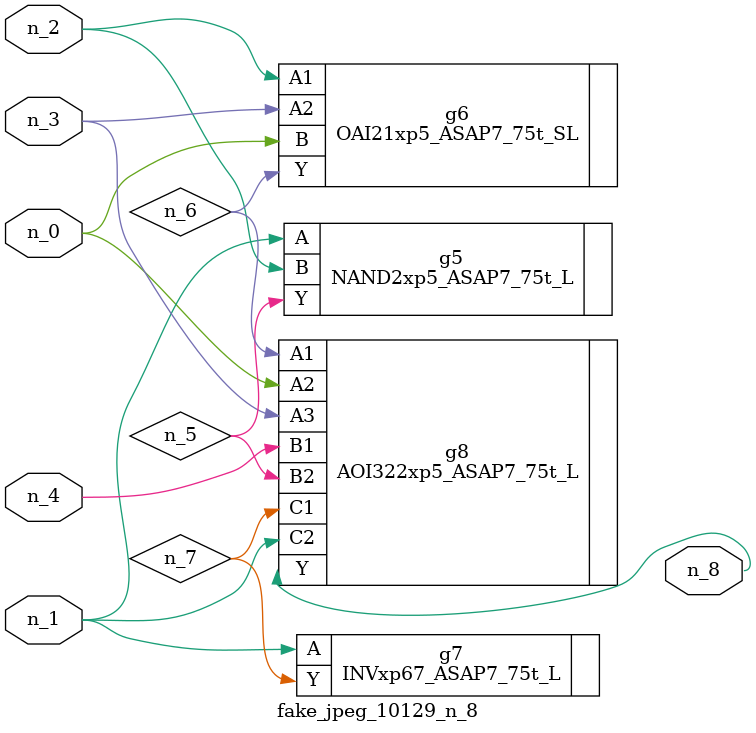
<source format=v>
module fake_jpeg_10129_n_8 (n_3, n_2, n_1, n_0, n_4, n_8);

input n_3;
input n_2;
input n_1;
input n_0;
input n_4;

output n_8;

wire n_6;
wire n_5;
wire n_7;

NAND2xp5_ASAP7_75t_L g5 ( 
.A(n_1),
.B(n_2),
.Y(n_5)
);

OAI21xp5_ASAP7_75t_SL g6 ( 
.A1(n_2),
.A2(n_3),
.B(n_0),
.Y(n_6)
);

INVxp67_ASAP7_75t_L g7 ( 
.A(n_1),
.Y(n_7)
);

AOI322xp5_ASAP7_75t_L g8 ( 
.A1(n_6),
.A2(n_0),
.A3(n_3),
.B1(n_4),
.B2(n_5),
.C1(n_7),
.C2(n_1),
.Y(n_8)
);


endmodule
</source>
